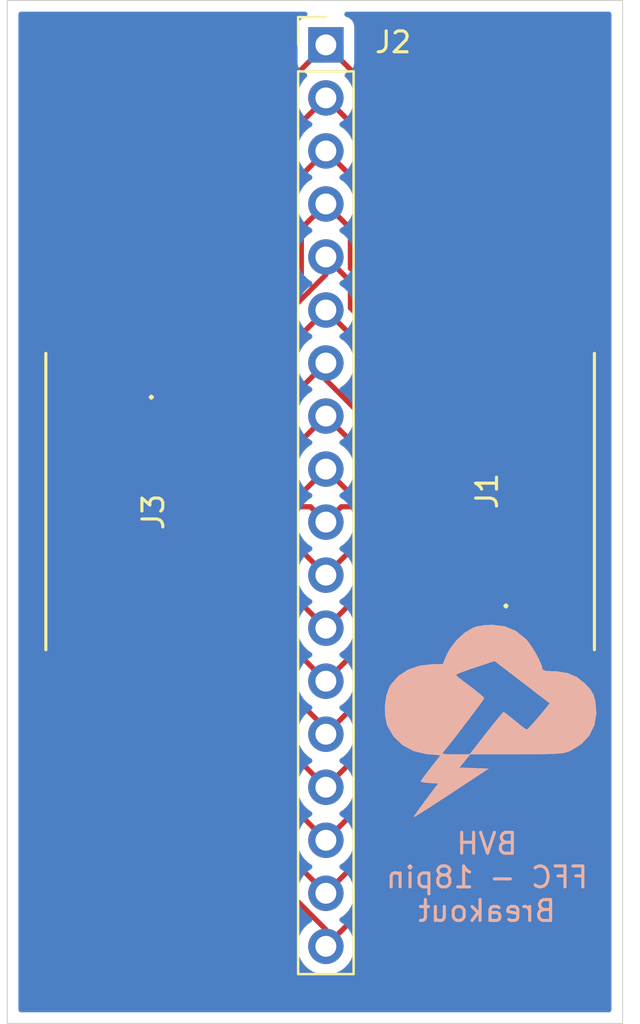
<source format=kicad_pcb>
(kicad_pcb (version 20171130) (host pcbnew 5.1.6-c6e7f7d~86~ubuntu18.04.1)

  (general
    (thickness 1.6)
    (drawings 5)
    (tracks 115)
    (zones 0)
    (modules 4)
    (nets 19)
  )

  (page A4)
  (layers
    (0 F.Cu signal)
    (31 B.Cu signal)
    (32 B.Adhes user)
    (33 F.Adhes user)
    (34 B.Paste user)
    (35 F.Paste user)
    (36 B.SilkS user)
    (37 F.SilkS user)
    (38 B.Mask user)
    (39 F.Mask user)
    (40 Dwgs.User user)
    (41 Cmts.User user)
    (42 Eco1.User user)
    (43 Eco2.User user)
    (44 Edge.Cuts user)
    (45 Margin user)
    (46 B.CrtYd user)
    (47 F.CrtYd user)
    (48 B.Fab user)
    (49 F.Fab user)
  )

  (setup
    (last_trace_width 0.25)
    (trace_clearance 0.2)
    (zone_clearance 0.508)
    (zone_45_only no)
    (trace_min 0.2)
    (via_size 0.8)
    (via_drill 0.4)
    (via_min_size 0.4)
    (via_min_drill 0.3)
    (uvia_size 0.3)
    (uvia_drill 0.1)
    (uvias_allowed no)
    (uvia_min_size 0.2)
    (uvia_min_drill 0.1)
    (edge_width 0.05)
    (segment_width 0.2)
    (pcb_text_width 0.3)
    (pcb_text_size 1.5 1.5)
    (mod_edge_width 0.12)
    (mod_text_size 1 1)
    (mod_text_width 0.15)
    (pad_size 1.524 1.524)
    (pad_drill 0.762)
    (pad_to_mask_clearance 0.05)
    (pad_to_paste_clearance -0.05)
    (aux_axis_origin 0 0)
    (visible_elements FFFFFF7F)
    (pcbplotparams
      (layerselection 0x010fc_ffffffff)
      (usegerberextensions false)
      (usegerberattributes true)
      (usegerberadvancedattributes true)
      (creategerberjobfile true)
      (excludeedgelayer true)
      (linewidth 0.100000)
      (plotframeref false)
      (viasonmask false)
      (mode 1)
      (useauxorigin false)
      (hpglpennumber 1)
      (hpglpenspeed 20)
      (hpglpendiameter 15.000000)
      (psnegative false)
      (psa4output false)
      (plotreference true)
      (plotvalue true)
      (plotinvisibletext false)
      (padsonsilk false)
      (subtractmaskfromsilk false)
      (outputformat 1)
      (mirror false)
      (drillshape 0)
      (scaleselection 1)
      (outputdirectory "order-2020-06-16/"))
  )

  (net 0 "")
  (net 1 "Net-(J1-Pad15)")
  (net 2 "Net-(J1-Pad12)")
  (net 3 "Net-(J1-Pad14)")
  (net 4 "Net-(J1-Pad10)")
  (net 5 "Net-(J1-Pad11)")
  (net 6 "Net-(J1-Pad18)")
  (net 7 "Net-(J1-Pad13)")
  (net 8 "Net-(J1-Pad16)")
  (net 9 "Net-(J1-Pad17)")
  (net 10 "Net-(J1-Pad9)")
  (net 11 "Net-(J1-Pad8)")
  (net 12 "Net-(J1-Pad7)")
  (net 13 "Net-(J1-Pad6)")
  (net 14 "Net-(J1-Pad5)")
  (net 15 "Net-(J1-Pad4)")
  (net 16 "Net-(J1-Pad3)")
  (net 17 "Net-(J1-Pad2)")
  (net 18 "Net-(J1-Pad1)")

  (net_class Default "This is the default net class."
    (clearance 0.2)
    (trace_width 0.25)
    (via_dia 0.8)
    (via_drill 0.4)
    (uvia_dia 0.3)
    (uvia_drill 0.1)
    (add_net "Net-(J1-Pad1)")
    (add_net "Net-(J1-Pad10)")
    (add_net "Net-(J1-Pad11)")
    (add_net "Net-(J1-Pad12)")
    (add_net "Net-(J1-Pad13)")
    (add_net "Net-(J1-Pad14)")
    (add_net "Net-(J1-Pad15)")
    (add_net "Net-(J1-Pad16)")
    (add_net "Net-(J1-Pad17)")
    (add_net "Net-(J1-Pad18)")
    (add_net "Net-(J1-Pad2)")
    (add_net "Net-(J1-Pad3)")
    (add_net "Net-(J1-Pad4)")
    (add_net "Net-(J1-Pad5)")
    (add_net "Net-(J1-Pad6)")
    (add_net "Net-(J1-Pad7)")
    (add_net "Net-(J1-Pad8)")
    (add_net "Net-(J1-Pad9)")
  )

  (module BVH_Logos:SkyIron_logo_Back (layer F.Cu) (tedit 5EC1B53B) (tstamp 5EE8CF07)
    (at 191.5 128.5)
    (fp_text reference G*** (at 0 0) (layer F.SilkS) hide
      (effects (font (size 1.524 1.524) (thickness 0.3)))
    )
    (fp_text value LOGO (at 0.75 0) (layer F.SilkS) hide
      (effects (font (size 1.524 1.524) (thickness 0.3)))
    )
    (fp_poly (pts (xy 0.352298 -4.573742) (xy 0.020909 -4.517714) (xy -0.158124 -4.462771) (xy -0.568729 -4.218391)
      (xy -0.960714 -3.860141) (xy -1.282732 -3.44029) (xy -1.423622 -3.174524) (xy -1.623737 -2.712223)
      (xy -2.089404 -2.710306) (xy -2.720813 -2.641024) (xy -3.283692 -2.447098) (xy -3.754039 -2.141285)
      (xy -4.107855 -1.736342) (xy -4.189405 -1.594084) (xy -4.327557 -1.193063) (xy -4.393634 -0.714943)
      (xy -4.38447 -0.230464) (xy -4.296899 0.189635) (xy -4.272125 0.254) (xy -3.96779 0.76751)
      (xy -3.543426 1.170759) (xy -3.017406 1.45105) (xy -2.408103 1.595686) (xy -2.318135 1.604313)
      (xy -1.730121 1.651) (xy -2.206096 2.258653) (xy -2.415447 2.530443) (xy -2.57786 2.749903)
      (xy -2.669836 2.884854) (xy -2.68207 2.910395) (xy -2.605941 2.940286) (xy -2.41146 2.9681)
      (xy -2.262451 2.980076) (xy -1.842832 3.005667) (xy -2.43912 3.795609) (xy -2.66994 4.106555)
      (xy -2.854143 4.364629) (xy -2.972683 4.542435) (xy -3.006906 4.612312) (xy -2.931538 4.575026)
      (xy -2.734381 4.456125) (xy -2.434629 4.267785) (xy -2.051479 4.022182) (xy -1.604125 3.731492)
      (xy -1.200404 3.46641) (xy 0.577596 2.293746) (xy -0.122819 2.268707) (xy -0.823235 2.243667)
      (xy -0.299075 1.608667) (xy 1.917261 1.606807) (xy 2.5952 1.605383) (xy 3.126469 1.601369)
      (xy 3.533727 1.593245) (xy 3.839631 1.579491) (xy 4.066842 1.558584) (xy 4.238018 1.529005)
      (xy 4.375819 1.489233) (xy 4.502904 1.437746) (xy 4.514596 1.432483) (xy 5.028188 1.116403)
      (xy 5.409697 0.701144) (xy 5.651277 0.20259) (xy 5.745077 -0.363375) (xy 5.700865 -0.836434)
      (xy 3.502838 -0.836434) (xy 3.352551 -0.647268) (xy 3.106614 -0.344738) (xy 2.863604 -0.057756)
      (xy 2.648923 0.184998) (xy 2.487973 0.354841) (xy 2.406159 0.423095) (xy 2.404315 0.423334)
      (xy 2.319153 0.372883) (xy 2.140171 0.239209) (xy 1.902512 0.048824) (xy 1.846068 0.00215)
      (xy 1.601324 -0.197243) (xy 1.408953 -0.346257) (xy 1.303542 -0.418301) (xy 1.295421 -0.421183)
      (xy 1.230775 -0.358752) (xy 1.081728 -0.185219) (xy 0.867281 0.07642) (xy 0.606438 0.403172)
      (xy 0.457611 0.592667) (xy -0.336024 1.608667) (xy -1.014169 1.608667) (xy -1.347314 1.606201)
      (xy -1.538528 1.593901) (xy -1.615196 1.564409) (xy -1.604702 1.51037) (xy -1.565741 1.4605)
      (xy -1.399739 1.259055) (xy -1.176672 0.978433) (xy -0.915862 0.644065) (xy -0.636634 0.281383)
      (xy -0.35831 -0.084183) (xy -0.100215 -0.427202) (xy 0.118329 -0.722242) (xy 0.277996 -0.943873)
      (xy 0.359465 -1.066663) (xy 0.36593 -1.081696) (xy 0.301878 -1.158891) (xy 0.129362 -1.309563)
      (xy -0.122157 -1.508952) (xy -0.311404 -1.651) (xy -0.59765 -1.866231) (xy -0.824037 -2.045344)
      (xy -0.961251 -2.164631) (xy -0.988737 -2.1988) (xy -0.913374 -2.243222) (xy -0.708531 -2.326799)
      (xy -0.406075 -2.437298) (xy -0.06203 -2.554522) (xy 0.864676 -2.860681) (xy 2.183757 -1.848558)
      (xy 3.502838 -0.836434) (xy 5.700865 -0.836434) (xy 5.69049 -0.94744) (xy 5.604056 -1.246889)
      (xy 5.464262 -1.492027) (xy 5.229643 -1.753243) (xy 5.196794 -1.785465) (xy 4.811365 -2.090263)
      (xy 4.38453 -2.276987) (xy 3.872369 -2.361616) (xy 3.588104 -2.370666) (xy 3.29564 -2.390779)
      (xy 3.166767 -2.451268) (xy 3.159863 -2.4765) (xy 3.113249 -2.665778) (xy 2.990991 -2.943484)
      (xy 2.819216 -3.262706) (xy 2.624052 -3.576536) (xy 2.431628 -3.838063) (xy 2.351763 -3.92734)
      (xy 1.886228 -4.298801) (xy 1.359586 -4.518799) (xy 0.751632 -4.595544) (xy 0.706572 -4.595766)
      (xy 0.352298 -4.573742)) (layer B.SilkS) (width 0.01))
  )

  (module BVH_Connectors_Misc:Molex_WM8831CT-ND (layer F.Cu) (tedit 5EE8B351) (tstamp 5EE8C591)
    (at 174 118 270)
    (path /5EE8C320)
    (fp_text reference J3 (at 0.5 -2 90) (layer F.SilkS)
      (effects (font (size 1 1) (thickness 0.15)))
    )
    (fp_text value Conn_01x18 (at 0 4.5 90) (layer F.Fab)
      (effects (font (size 1 1) (thickness 0.15)))
    )
    (fp_text user . (at -5 -1.5 90) (layer F.SilkS)
      (effects (font (size 1 1) (thickness 0.15)))
    )
    (fp_line (start -7.1 3.15) (end 7.1 3.15) (layer F.SilkS) (width 0.15))
    (pad "" smd rect (at 6.525 1.4 270) (size 1.65 1.3) (layers F.Cu F.Paste F.Mask))
    (pad "" smd rect (at -6.525 1.4 270) (size 1.65 1.3) (layers F.Cu F.Paste F.Mask))
    (pad 15 smd rect (at 2.75 -0.5 270) (size 0.3 1) (layers F.Cu F.Paste F.Mask)
      (net 15 "Net-(J1-Pad4)"))
    (pad 12 smd rect (at 1.25 -0.5 270) (size 0.3 1) (layers F.Cu F.Paste F.Mask)
      (net 12 "Net-(J1-Pad7)"))
    (pad 14 smd rect (at 2.25 -0.5 270) (size 0.3 1) (layers F.Cu F.Paste F.Mask)
      (net 14 "Net-(J1-Pad5)"))
    (pad 10 smd rect (at 0.25 -0.5 270) (size 0.3 1) (layers F.Cu F.Paste F.Mask)
      (net 10 "Net-(J1-Pad9)"))
    (pad 11 smd rect (at 0.75 -0.5 270) (size 0.3 1) (layers F.Cu F.Paste F.Mask)
      (net 11 "Net-(J1-Pad8)"))
    (pad 18 smd rect (at 4.25 -0.5 270) (size 0.3 1) (layers F.Cu F.Paste F.Mask)
      (net 18 "Net-(J1-Pad1)"))
    (pad 13 smd rect (at 1.75 -0.5 270) (size 0.3 1) (layers F.Cu F.Paste F.Mask)
      (net 13 "Net-(J1-Pad6)"))
    (pad 16 smd rect (at 3.25 -0.5 270) (size 0.3 1) (layers F.Cu F.Paste F.Mask)
      (net 16 "Net-(J1-Pad3)"))
    (pad 17 smd rect (at 3.75 -0.5 270) (size 0.3 1) (layers F.Cu F.Paste F.Mask)
      (net 17 "Net-(J1-Pad2)"))
    (pad 9 smd rect (at -0.25 -0.5 270) (size 0.3 1) (layers F.Cu F.Paste F.Mask)
      (net 4 "Net-(J1-Pad10)"))
    (pad 8 smd rect (at -0.75 -0.5 270) (size 0.3 1) (layers F.Cu F.Paste F.Mask)
      (net 5 "Net-(J1-Pad11)"))
    (pad 7 smd rect (at -1.25 -0.5 270) (size 0.3 1) (layers F.Cu F.Paste F.Mask)
      (net 2 "Net-(J1-Pad12)"))
    (pad 6 smd rect (at -1.75 -0.5 270) (size 0.3 1) (layers F.Cu F.Paste F.Mask)
      (net 7 "Net-(J1-Pad13)"))
    (pad 5 smd rect (at -2.25 -0.5 270) (size 0.3 1) (layers F.Cu F.Paste F.Mask)
      (net 3 "Net-(J1-Pad14)"))
    (pad 4 smd rect (at -2.75 -0.5 270) (size 0.3 1) (layers F.Cu F.Paste F.Mask)
      (net 1 "Net-(J1-Pad15)"))
    (pad 3 smd rect (at -3.25 -0.5 270) (size 0.3 1) (layers F.Cu F.Paste F.Mask)
      (net 8 "Net-(J1-Pad16)"))
    (pad 2 smd rect (at -3.75 -0.5 270) (size 0.3 1) (layers F.Cu F.Paste F.Mask)
      (net 9 "Net-(J1-Pad17)"))
    (pad 1 smd rect (at -4.25 -0.5 270) (size 0.3 1) (layers F.Cu F.Paste F.Mask)
      (net 6 "Net-(J1-Pad18)"))
  )

  (module Connector_PinHeader_2.54mm:PinHeader_1x18_P2.54mm_Vertical (layer F.Cu) (tedit 59FED5CC) (tstamp 5EE8C577)
    (at 184.275001 96.125001)
    (descr "Through hole straight pin header, 1x18, 2.54mm pitch, single row")
    (tags "Through hole pin header THT 1x18 2.54mm single row")
    (path /5EE8B429)
    (fp_text reference J2 (at 3.224999 -0.125001) (layer F.SilkS)
      (effects (font (size 1 1) (thickness 0.15)))
    )
    (fp_text value Conn_01x18 (at 0 45.51) (layer F.Fab)
      (effects (font (size 1 1) (thickness 0.15)))
    )
    (fp_text user %R (at 0 21.59 90) (layer F.Fab)
      (effects (font (size 1 1) (thickness 0.15)))
    )
    (fp_line (start -0.635 -1.27) (end 1.27 -1.27) (layer F.Fab) (width 0.1))
    (fp_line (start 1.27 -1.27) (end 1.27 44.45) (layer F.Fab) (width 0.1))
    (fp_line (start 1.27 44.45) (end -1.27 44.45) (layer F.Fab) (width 0.1))
    (fp_line (start -1.27 44.45) (end -1.27 -0.635) (layer F.Fab) (width 0.1))
    (fp_line (start -1.27 -0.635) (end -0.635 -1.27) (layer F.Fab) (width 0.1))
    (fp_line (start -1.33 44.51) (end 1.33 44.51) (layer F.SilkS) (width 0.12))
    (fp_line (start -1.33 1.27) (end -1.33 44.51) (layer F.SilkS) (width 0.12))
    (fp_line (start 1.33 1.27) (end 1.33 44.51) (layer F.SilkS) (width 0.12))
    (fp_line (start -1.33 1.27) (end 1.33 1.27) (layer F.SilkS) (width 0.12))
    (fp_line (start -1.33 0) (end -1.33 -1.33) (layer F.SilkS) (width 0.12))
    (fp_line (start -1.33 -1.33) (end 0 -1.33) (layer F.SilkS) (width 0.12))
    (fp_line (start -1.8 -1.8) (end -1.8 44.95) (layer F.CrtYd) (width 0.05))
    (fp_line (start -1.8 44.95) (end 1.8 44.95) (layer F.CrtYd) (width 0.05))
    (fp_line (start 1.8 44.95) (end 1.8 -1.8) (layer F.CrtYd) (width 0.05))
    (fp_line (start 1.8 -1.8) (end -1.8 -1.8) (layer F.CrtYd) (width 0.05))
    (pad 18 thru_hole oval (at 0 43.18) (size 1.7 1.7) (drill 1) (layers *.Cu *.Mask)
      (net 18 "Net-(J1-Pad1)"))
    (pad 17 thru_hole oval (at 0 40.64) (size 1.7 1.7) (drill 1) (layers *.Cu *.Mask)
      (net 17 "Net-(J1-Pad2)"))
    (pad 16 thru_hole oval (at 0 38.1) (size 1.7 1.7) (drill 1) (layers *.Cu *.Mask)
      (net 16 "Net-(J1-Pad3)"))
    (pad 15 thru_hole oval (at 0 35.56) (size 1.7 1.7) (drill 1) (layers *.Cu *.Mask)
      (net 15 "Net-(J1-Pad4)"))
    (pad 14 thru_hole oval (at 0 33.02) (size 1.7 1.7) (drill 1) (layers *.Cu *.Mask)
      (net 14 "Net-(J1-Pad5)"))
    (pad 13 thru_hole oval (at 0 30.48) (size 1.7 1.7) (drill 1) (layers *.Cu *.Mask)
      (net 13 "Net-(J1-Pad6)"))
    (pad 12 thru_hole oval (at 0 27.94) (size 1.7 1.7) (drill 1) (layers *.Cu *.Mask)
      (net 12 "Net-(J1-Pad7)"))
    (pad 11 thru_hole oval (at 0 25.4) (size 1.7 1.7) (drill 1) (layers *.Cu *.Mask)
      (net 11 "Net-(J1-Pad8)"))
    (pad 10 thru_hole oval (at 0 22.86) (size 1.7 1.7) (drill 1) (layers *.Cu *.Mask)
      (net 10 "Net-(J1-Pad9)"))
    (pad 9 thru_hole oval (at 0 20.32) (size 1.7 1.7) (drill 1) (layers *.Cu *.Mask)
      (net 4 "Net-(J1-Pad10)"))
    (pad 8 thru_hole oval (at 0 17.78) (size 1.7 1.7) (drill 1) (layers *.Cu *.Mask)
      (net 5 "Net-(J1-Pad11)"))
    (pad 7 thru_hole oval (at 0 15.24) (size 1.7 1.7) (drill 1) (layers *.Cu *.Mask)
      (net 2 "Net-(J1-Pad12)"))
    (pad 6 thru_hole oval (at 0 12.7) (size 1.7 1.7) (drill 1) (layers *.Cu *.Mask)
      (net 7 "Net-(J1-Pad13)"))
    (pad 5 thru_hole oval (at 0 10.16) (size 1.7 1.7) (drill 1) (layers *.Cu *.Mask)
      (net 3 "Net-(J1-Pad14)"))
    (pad 4 thru_hole oval (at 0 7.62) (size 1.7 1.7) (drill 1) (layers *.Cu *.Mask)
      (net 1 "Net-(J1-Pad15)"))
    (pad 3 thru_hole oval (at 0 5.08) (size 1.7 1.7) (drill 1) (layers *.Cu *.Mask)
      (net 8 "Net-(J1-Pad16)"))
    (pad 2 thru_hole oval (at 0 2.54) (size 1.7 1.7) (drill 1) (layers *.Cu *.Mask)
      (net 9 "Net-(J1-Pad17)"))
    (pad 1 thru_hole rect (at 0 0) (size 1.7 1.7) (drill 1) (layers *.Cu *.Mask)
      (net 6 "Net-(J1-Pad18)"))
    (model ${KISYS3DMOD}/Connector_PinHeader_2.54mm.3dshapes/PinHeader_1x18_P2.54mm_Vertical.wrl
      (at (xyz 0 0 0))
      (scale (xyz 1 1 1))
      (rotate (xyz 0 0 0))
    )
  )

  (module BVH_Connectors_Misc:Molex_WM8831CT-ND (layer F.Cu) (tedit 5EE8B351) (tstamp 5EE8C551)
    (at 194 118 90)
    (path /5EE8CCA3)
    (fp_text reference J1 (at 0.5 -2 90) (layer F.SilkS)
      (effects (font (size 1 1) (thickness 0.15)))
    )
    (fp_text value Conn_01x18 (at 0 4.5 90) (layer F.Fab)
      (effects (font (size 1 1) (thickness 0.15)))
    )
    (fp_text user . (at -5 -1.5 90) (layer F.SilkS)
      (effects (font (size 1 1) (thickness 0.15)))
    )
    (fp_line (start -7.1 3.15) (end 7.1 3.15) (layer F.SilkS) (width 0.15))
    (pad "" smd rect (at 6.525 1.4 90) (size 1.65 1.3) (layers F.Cu F.Paste F.Mask))
    (pad "" smd rect (at -6.525 1.4 90) (size 1.65 1.3) (layers F.Cu F.Paste F.Mask))
    (pad 15 smd rect (at 2.75 -0.5 90) (size 0.3 1) (layers F.Cu F.Paste F.Mask)
      (net 1 "Net-(J1-Pad15)"))
    (pad 12 smd rect (at 1.25 -0.5 90) (size 0.3 1) (layers F.Cu F.Paste F.Mask)
      (net 2 "Net-(J1-Pad12)"))
    (pad 14 smd rect (at 2.25 -0.5 90) (size 0.3 1) (layers F.Cu F.Paste F.Mask)
      (net 3 "Net-(J1-Pad14)"))
    (pad 10 smd rect (at 0.25 -0.5 90) (size 0.3 1) (layers F.Cu F.Paste F.Mask)
      (net 4 "Net-(J1-Pad10)"))
    (pad 11 smd rect (at 0.75 -0.5 90) (size 0.3 1) (layers F.Cu F.Paste F.Mask)
      (net 5 "Net-(J1-Pad11)"))
    (pad 18 smd rect (at 4.25 -0.5 90) (size 0.3 1) (layers F.Cu F.Paste F.Mask)
      (net 6 "Net-(J1-Pad18)"))
    (pad 13 smd rect (at 1.75 -0.5 90) (size 0.3 1) (layers F.Cu F.Paste F.Mask)
      (net 7 "Net-(J1-Pad13)"))
    (pad 16 smd rect (at 3.25 -0.5 90) (size 0.3 1) (layers F.Cu F.Paste F.Mask)
      (net 8 "Net-(J1-Pad16)"))
    (pad 17 smd rect (at 3.75 -0.5 90) (size 0.3 1) (layers F.Cu F.Paste F.Mask)
      (net 9 "Net-(J1-Pad17)"))
    (pad 9 smd rect (at -0.25 -0.5 90) (size 0.3 1) (layers F.Cu F.Paste F.Mask)
      (net 10 "Net-(J1-Pad9)"))
    (pad 8 smd rect (at -0.75 -0.5 90) (size 0.3 1) (layers F.Cu F.Paste F.Mask)
      (net 11 "Net-(J1-Pad8)"))
    (pad 7 smd rect (at -1.25 -0.5 90) (size 0.3 1) (layers F.Cu F.Paste F.Mask)
      (net 12 "Net-(J1-Pad7)"))
    (pad 6 smd rect (at -1.75 -0.5 90) (size 0.3 1) (layers F.Cu F.Paste F.Mask)
      (net 13 "Net-(J1-Pad6)"))
    (pad 5 smd rect (at -2.25 -0.5 90) (size 0.3 1) (layers F.Cu F.Paste F.Mask)
      (net 14 "Net-(J1-Pad5)"))
    (pad 4 smd rect (at -2.75 -0.5 90) (size 0.3 1) (layers F.Cu F.Paste F.Mask)
      (net 15 "Net-(J1-Pad4)"))
    (pad 3 smd rect (at -3.25 -0.5 90) (size 0.3 1) (layers F.Cu F.Paste F.Mask)
      (net 16 "Net-(J1-Pad3)"))
    (pad 2 smd rect (at -3.75 -0.5 90) (size 0.3 1) (layers F.Cu F.Paste F.Mask)
      (net 17 "Net-(J1-Pad2)"))
    (pad 1 smd rect (at -4.25 -0.5 90) (size 0.3 1) (layers F.Cu F.Paste F.Mask)
      (net 18 "Net-(J1-Pad1)"))
  )

  (gr_text "BVH\nFFC - 18pin\nBreakout" (at 192 136) (layer B.SilkS)
    (effects (font (size 1 1) (thickness 0.15)) (justify mirror))
  )
  (gr_line (start 169 143) (end 169 94) (layer Edge.Cuts) (width 0.05) (tstamp 5EE8C71B))
  (gr_line (start 198.5 143) (end 169 143) (layer Edge.Cuts) (width 0.05))
  (gr_line (start 198.5 94) (end 198.5 143) (layer Edge.Cuts) (width 0.05))
  (gr_line (start 169 94) (end 198.5 94) (layer Edge.Cuts) (width 0.05))

  (segment (start 193.5 115.25) (end 192.613589 115.25) (width 0.25) (layer F.Cu) (net 1))
  (segment (start 192.613589 115.25) (end 185.900013 108.536422) (width 0.25) (layer F.Cu) (net 1))
  (segment (start 185.450002 106.823592) (end 185.450002 104.920002) (width 0.25) (layer F.Cu) (net 1))
  (segment (start 185.450002 104.920002) (end 184.275001 103.745001) (width 0.25) (layer F.Cu) (net 1))
  (segment (start 185.900013 107.273602) (end 185.450002 106.823592) (width 0.25) (layer F.Cu) (net 1))
  (segment (start 185.900013 108.536422) (end 185.900013 107.273602) (width 0.25) (layer F.Cu) (net 1))
  (segment (start 175.522822 115.25) (end 183.1 107.672823) (width 0.25) (layer F.Cu) (net 1))
  (segment (start 183.1 107.672823) (end 183.1 104.920002) (width 0.25) (layer F.Cu) (net 1))
  (segment (start 183.1 104.920002) (end 184.275001 103.745001) (width 0.25) (layer F.Cu) (net 1))
  (segment (start 174.5 115.25) (end 175.522822 115.25) (width 0.25) (layer F.Cu) (net 1))
  (segment (start 184.275001 112.165999) (end 184.275001 111.365001) (width 0.25) (layer F.Cu) (net 2))
  (segment (start 188.859002 116.75) (end 184.275001 112.165999) (width 0.25) (layer F.Cu) (net 2))
  (segment (start 193.5 116.75) (end 188.859002 116.75) (width 0.25) (layer F.Cu) (net 2))
  (segment (start 174.524999 116.725001) (end 174.5 116.75) (width 0.25) (layer F.Cu) (net 2))
  (segment (start 178.915001 116.725001) (end 174.524999 116.725001) (width 0.25) (layer F.Cu) (net 2))
  (segment (start 184.275001 111.365001) (end 178.915001 116.725001) (width 0.25) (layer F.Cu) (net 2))
  (segment (start 185.450002 107.460002) (end 184.275001 106.285001) (width 0.25) (layer F.Cu) (net 3))
  (segment (start 185.450002 108.722821) (end 185.450002 107.460002) (width 0.25) (layer F.Cu) (net 3))
  (segment (start 192.477179 115.75) (end 185.450002 108.722821) (width 0.25) (layer F.Cu) (net 3))
  (segment (start 193.5 115.75) (end 192.477179 115.75) (width 0.25) (layer F.Cu) (net 3))
  (segment (start 174.5 115.75) (end 175.659232 115.75) (width 0.25) (layer F.Cu) (net 3))
  (segment (start 184.275001 107.134231) (end 184.275001 106.285001) (width 0.25) (layer F.Cu) (net 3))
  (segment (start 175.659232 115.75) (end 184.275001 107.134231) (width 0.25) (layer F.Cu) (net 3))
  (segment (start 185.58 117.75) (end 184.275001 116.445001) (width 0.25) (layer F.Cu) (net 4))
  (segment (start 193.5 117.75) (end 185.58 117.75) (width 0.25) (layer F.Cu) (net 4))
  (segment (start 182.970002 117.75) (end 174.5 117.75) (width 0.25) (layer F.Cu) (net 4))
  (segment (start 184.275001 116.445001) (end 182.970002 117.75) (width 0.25) (layer F.Cu) (net 4))
  (segment (start 187.62 117.25) (end 193.5 117.25) (width 0.25) (layer F.Cu) (net 5))
  (segment (start 184.275001 113.905001) (end 187.62 117.25) (width 0.25) (layer F.Cu) (net 5))
  (segment (start 180.930002 117.25) (end 184.275001 113.905001) (width 0.25) (layer F.Cu) (net 5))
  (segment (start 174.5 117.25) (end 180.930002 117.25) (width 0.25) (layer F.Cu) (net 5))
  (segment (start 174.5 105.900002) (end 174.5 113.75) (width 0.25) (layer F.Cu) (net 6))
  (segment (start 184.275001 96.125001) (end 174.5 105.900002) (width 0.25) (layer F.Cu) (net 6))
  (segment (start 193.5 105.35) (end 184.275001 96.125001) (width 0.25) (layer F.Cu) (net 6))
  (segment (start 193.5 113.75) (end 193.5 105.35) (width 0.25) (layer F.Cu) (net 6))
  (segment (start 176.850002 116.25) (end 184.275001 108.825001) (width 0.25) (layer F.Cu) (net 7))
  (segment (start 174.5 116.25) (end 176.850002 116.25) (width 0.25) (layer F.Cu) (net 7))
  (segment (start 191.7 116.25) (end 184.275001 108.825001) (width 0.25) (layer F.Cu) (net 7))
  (segment (start 193.5 116.25) (end 191.7 116.25) (width 0.25) (layer F.Cu) (net 7))
  (segment (start 193.5 114.75) (end 192.75 114.75) (width 0.25) (layer F.Cu) (net 8))
  (segment (start 186.350024 108.350024) (end 186.350024 107.087202) (width 0.25) (layer F.Cu) (net 8))
  (segment (start 185.900013 102.830013) (end 184.275001 101.205001) (width 0.25) (layer F.Cu) (net 8))
  (segment (start 192.75 114.75) (end 186.350024 108.350024) (width 0.25) (layer F.Cu) (net 8))
  (segment (start 185.900013 106.637191) (end 185.900013 102.830013) (width 0.25) (layer F.Cu) (net 8))
  (segment (start 186.350024 107.087202) (end 185.900013 106.637191) (width 0.25) (layer F.Cu) (net 8))
  (segment (start 174.5 114.75) (end 175.386412 114.75) (width 0.25) (layer F.Cu) (net 8))
  (segment (start 182.649989 102.830013) (end 184.275001 101.205001) (width 0.25) (layer F.Cu) (net 8))
  (segment (start 182.649989 107.486423) (end 182.649989 102.830013) (width 0.25) (layer F.Cu) (net 8))
  (segment (start 175.386412 114.75) (end 182.649989 107.486423) (width 0.25) (layer F.Cu) (net 8))
  (segment (start 193.5 114.25) (end 192.88641 114.25) (width 0.25) (layer F.Cu) (net 9))
  (segment (start 192.88641 114.25) (end 186.800035 108.163625) (width 0.25) (layer F.Cu) (net 9))
  (segment (start 186.800035 108.163625) (end 186.800035 106.900802) (width 0.25) (layer F.Cu) (net 9))
  (segment (start 186.800035 106.900802) (end 186.350024 106.450792) (width 0.25) (layer F.Cu) (net 9))
  (segment (start 186.350024 100.740024) (end 185.125 99.515) (width 0.25) (layer F.Cu) (net 9))
  (segment (start 186.350024 106.450792) (end 186.350024 100.740024) (width 0.25) (layer F.Cu) (net 9))
  (segment (start 185.125 99.515) (end 184.275001 98.665001) (width 0.25) (layer F.Cu) (net 9))
  (segment (start 174.524999 114.225001) (end 175.274999 114.225001) (width 0.25) (layer F.Cu) (net 9))
  (segment (start 174.5 114.25) (end 174.524999 114.225001) (width 0.25) (layer F.Cu) (net 9))
  (segment (start 182.199978 100.740024) (end 184.275001 98.665001) (width 0.25) (layer F.Cu) (net 9))
  (segment (start 182.199978 107.300023) (end 182.199978 100.740024) (width 0.25) (layer F.Cu) (net 9))
  (segment (start 175.274999 114.225001) (end 182.199978 107.300023) (width 0.25) (layer F.Cu) (net 9))
  (segment (start 183.54 118.25) (end 184.275001 118.985001) (width 0.25) (layer F.Cu) (net 10))
  (segment (start 174.5 118.25) (end 183.54 118.25) (width 0.25) (layer F.Cu) (net 10))
  (segment (start 185.010002 118.25) (end 193.5 118.25) (width 0.25) (layer F.Cu) (net 10))
  (segment (start 184.275001 118.985001) (end 185.010002 118.25) (width 0.25) (layer F.Cu) (net 10))
  (segment (start 187.050002 118.75) (end 184.275001 121.525001) (width 0.25) (layer F.Cu) (net 11))
  (segment (start 193.5 118.75) (end 187.050002 118.75) (width 0.25) (layer F.Cu) (net 11))
  (segment (start 181.5 118.75) (end 174.5 118.75) (width 0.25) (layer F.Cu) (net 11))
  (segment (start 184.275001 121.525001) (end 181.5 118.75) (width 0.25) (layer F.Cu) (net 11))
  (segment (start 179.46 119.25) (end 184.275001 124.065001) (width 0.25) (layer F.Cu) (net 12))
  (segment (start 174.5 119.25) (end 179.46 119.25) (width 0.25) (layer F.Cu) (net 12))
  (segment (start 193.475001 119.274999) (end 193.5 119.25) (width 0.25) (layer F.Cu) (net 12))
  (segment (start 189.065003 119.274999) (end 193.475001 119.274999) (width 0.25) (layer F.Cu) (net 12))
  (segment (start 184.275001 124.065001) (end 189.065003 119.274999) (width 0.25) (layer F.Cu) (net 12))
  (segment (start 191.130002 119.75) (end 184.275001 126.605001) (width 0.25) (layer F.Cu) (net 13))
  (segment (start 193.5 119.75) (end 191.130002 119.75) (width 0.25) (layer F.Cu) (net 13))
  (segment (start 177.42 119.75) (end 174.5 119.75) (width 0.25) (layer F.Cu) (net 13))
  (segment (start 184.275001 126.605001) (end 177.42 119.75) (width 0.25) (layer F.Cu) (net 13))
  (segment (start 184.275001 128.880767) (end 184.275001 129.145001) (width 0.25) (layer F.Cu) (net 14))
  (segment (start 175.644234 120.25) (end 184.275001 128.880767) (width 0.25) (layer F.Cu) (net 14))
  (segment (start 174.5 120.25) (end 175.644234 120.25) (width 0.25) (layer F.Cu) (net 14))
  (segment (start 191.324967 121.280799) (end 192.355766 120.25) (width 0.25) (layer F.Cu) (net 14))
  (segment (start 191.324967 122.095035) (end 191.324967 121.280799) (width 0.25) (layer F.Cu) (net 14))
  (segment (start 184.275001 129.145001) (end 191.324967 122.095035) (width 0.25) (layer F.Cu) (net 14))
  (segment (start 192.355766 120.25) (end 193.5 120.25) (width 0.25) (layer F.Cu) (net 14))
  (segment (start 176.225022 121.467198) (end 175.507824 120.75) (width 0.25) (layer F.Cu) (net 15))
  (segment (start 176.225022 123.635022) (end 176.225022 121.467198) (width 0.25) (layer F.Cu) (net 15))
  (segment (start 184.275001 131.685001) (end 176.225022 123.635022) (width 0.25) (layer F.Cu) (net 15))
  (segment (start 175.507824 120.75) (end 174.5 120.75) (width 0.25) (layer F.Cu) (net 15))
  (segment (start 191.774978 124.185024) (end 184.275001 131.685001) (width 0.25) (layer F.Cu) (net 15))
  (segment (start 193.5 120.75) (end 192.492176 120.75) (width 0.25) (layer F.Cu) (net 15))
  (segment (start 191.774978 121.467198) (end 191.774978 124.185024) (width 0.25) (layer F.Cu) (net 15))
  (segment (start 192.492176 120.75) (end 191.774978 121.467198) (width 0.25) (layer F.Cu) (net 15))
  (segment (start 192.628587 121.25) (end 193.5 121.25) (width 0.25) (layer F.Cu) (net 16))
  (segment (start 192.224988 121.653599) (end 192.628587 121.25) (width 0.25) (layer F.Cu) (net 16))
  (segment (start 192.224988 126.275014) (end 192.224988 121.653599) (width 0.25) (layer F.Cu) (net 16))
  (segment (start 184.275001 134.225001) (end 192.224988 126.275014) (width 0.25) (layer F.Cu) (net 16))
  (segment (start 175.775011 121.653598) (end 175.775011 125.725011) (width 0.25) (layer F.Cu) (net 16))
  (segment (start 175.371413 121.25) (end 175.775011 121.653598) (width 0.25) (layer F.Cu) (net 16))
  (segment (start 175.775011 125.725011) (end 183.425002 133.375002) (width 0.25) (layer F.Cu) (net 16))
  (segment (start 183.425002 133.375002) (end 184.275001 134.225001) (width 0.25) (layer F.Cu) (net 16))
  (segment (start 174.5 121.25) (end 175.371413 121.25) (width 0.25) (layer F.Cu) (net 16))
  (segment (start 175.325001 127.815001) (end 175.325001 121.839998) (width 0.25) (layer F.Cu) (net 17))
  (segment (start 175.235003 121.75) (end 174.5 121.75) (width 0.25) (layer F.Cu) (net 17))
  (segment (start 184.275001 136.765001) (end 175.325001 127.815001) (width 0.25) (layer F.Cu) (net 17))
  (segment (start 175.325001 121.839998) (end 175.235003 121.75) (width 0.25) (layer F.Cu) (net 17))
  (segment (start 192.674999 121.839998) (end 192.674999 128.365003) (width 0.25) (layer F.Cu) (net 17))
  (segment (start 192.674999 128.365003) (end 184.275001 136.765001) (width 0.25) (layer F.Cu) (net 17))
  (segment (start 193.5 121.75) (end 192.764997 121.75) (width 0.25) (layer F.Cu) (net 17))
  (segment (start 192.764997 121.75) (end 192.674999 121.839998) (width 0.25) (layer F.Cu) (net 17))
  (segment (start 184.275001 138.504003) (end 184.275001 139.305001) (width 0.25) (layer F.Cu) (net 18))
  (segment (start 174.5 128.729002) (end 184.275001 138.504003) (width 0.25) (layer F.Cu) (net 18))
  (segment (start 174.5 122.25) (end 174.5 128.729002) (width 0.25) (layer F.Cu) (net 18))
  (segment (start 193.5 130.080002) (end 193.5 122.25) (width 0.25) (layer F.Cu) (net 18))
  (segment (start 184.275001 139.305001) (end 193.5 130.080002) (width 0.25) (layer F.Cu) (net 18))

  (zone (net 0) (net_name "") (layer B.Cu) (tstamp 5EE8C762) (hatch edge 0.508)
    (connect_pads (clearance 0.508))
    (min_thickness 0.254)
    (fill yes (arc_segments 32) (thermal_gap 0.508) (thermal_bridge_width 0.508))
    (polygon
      (pts
        (xy 198.5 143) (xy 169 143) (xy 169 94) (xy 198.5 94)
      )
    )
    (filled_polygon
      (pts
        (xy 183.180821 94.685499) (xy 183.070507 94.744464) (xy 182.973816 94.823816) (xy 182.894464 94.920507) (xy 182.835499 95.030821)
        (xy 182.799189 95.150519) (xy 182.786929 95.275001) (xy 182.786929 96.975001) (xy 182.799189 97.099483) (xy 182.835499 97.219181)
        (xy 182.894464 97.329495) (xy 182.973816 97.426186) (xy 183.070507 97.505538) (xy 183.180821 97.564503) (xy 183.253381 97.586514)
        (xy 183.121526 97.718369) (xy 182.959011 97.96159) (xy 182.847069 98.231843) (xy 182.790001 98.518741) (xy 182.790001 98.811261)
        (xy 182.847069 99.098159) (xy 182.959011 99.368412) (xy 183.121526 99.611633) (xy 183.328369 99.818476) (xy 183.502761 99.935001)
        (xy 183.328369 100.051526) (xy 183.121526 100.258369) (xy 182.959011 100.50159) (xy 182.847069 100.771843) (xy 182.790001 101.058741)
        (xy 182.790001 101.351261) (xy 182.847069 101.638159) (xy 182.959011 101.908412) (xy 183.121526 102.151633) (xy 183.328369 102.358476)
        (xy 183.502761 102.475001) (xy 183.328369 102.591526) (xy 183.121526 102.798369) (xy 182.959011 103.04159) (xy 182.847069 103.311843)
        (xy 182.790001 103.598741) (xy 182.790001 103.891261) (xy 182.847069 104.178159) (xy 182.959011 104.448412) (xy 183.121526 104.691633)
        (xy 183.328369 104.898476) (xy 183.502761 105.015001) (xy 183.328369 105.131526) (xy 183.121526 105.338369) (xy 182.959011 105.58159)
        (xy 182.847069 105.851843) (xy 182.790001 106.138741) (xy 182.790001 106.431261) (xy 182.847069 106.718159) (xy 182.959011 106.988412)
        (xy 183.121526 107.231633) (xy 183.328369 107.438476) (xy 183.502761 107.555001) (xy 183.328369 107.671526) (xy 183.121526 107.878369)
        (xy 182.959011 108.12159) (xy 182.847069 108.391843) (xy 182.790001 108.678741) (xy 182.790001 108.971261) (xy 182.847069 109.258159)
        (xy 182.959011 109.528412) (xy 183.121526 109.771633) (xy 183.328369 109.978476) (xy 183.502761 110.095001) (xy 183.328369 110.211526)
        (xy 183.121526 110.418369) (xy 182.959011 110.66159) (xy 182.847069 110.931843) (xy 182.790001 111.218741) (xy 182.790001 111.511261)
        (xy 182.847069 111.798159) (xy 182.959011 112.068412) (xy 183.121526 112.311633) (xy 183.328369 112.518476) (xy 183.502761 112.635001)
        (xy 183.328369 112.751526) (xy 183.121526 112.958369) (xy 182.959011 113.20159) (xy 182.847069 113.471843) (xy 182.790001 113.758741)
        (xy 182.790001 114.051261) (xy 182.847069 114.338159) (xy 182.959011 114.608412) (xy 183.121526 114.851633) (xy 183.328369 115.058476)
        (xy 183.502761 115.175001) (xy 183.328369 115.291526) (xy 183.121526 115.498369) (xy 182.959011 115.74159) (xy 182.847069 116.011843)
        (xy 182.790001 116.298741) (xy 182.790001 116.591261) (xy 182.847069 116.878159) (xy 182.959011 117.148412) (xy 183.121526 117.391633)
        (xy 183.328369 117.598476) (xy 183.502761 117.715001) (xy 183.328369 117.831526) (xy 183.121526 118.038369) (xy 182.959011 118.28159)
        (xy 182.847069 118.551843) (xy 182.790001 118.838741) (xy 182.790001 119.131261) (xy 182.847069 119.418159) (xy 182.959011 119.688412)
        (xy 183.121526 119.931633) (xy 183.328369 120.138476) (xy 183.502761 120.255001) (xy 183.328369 120.371526) (xy 183.121526 120.578369)
        (xy 182.959011 120.82159) (xy 182.847069 121.091843) (xy 182.790001 121.378741) (xy 182.790001 121.671261) (xy 182.847069 121.958159)
        (xy 182.959011 122.228412) (xy 183.121526 122.471633) (xy 183.328369 122.678476) (xy 183.502761 122.795001) (xy 183.328369 122.911526)
        (xy 183.121526 123.118369) (xy 182.959011 123.36159) (xy 182.847069 123.631843) (xy 182.790001 123.918741) (xy 182.790001 124.211261)
        (xy 182.847069 124.498159) (xy 182.959011 124.768412) (xy 183.121526 125.011633) (xy 183.328369 125.218476) (xy 183.502761 125.335001)
        (xy 183.328369 125.451526) (xy 183.121526 125.658369) (xy 182.959011 125.90159) (xy 182.847069 126.171843) (xy 182.790001 126.458741)
        (xy 182.790001 126.751261) (xy 182.847069 127.038159) (xy 182.959011 127.308412) (xy 183.121526 127.551633) (xy 183.328369 127.758476)
        (xy 183.502761 127.875001) (xy 183.328369 127.991526) (xy 183.121526 128.198369) (xy 182.959011 128.44159) (xy 182.847069 128.711843)
        (xy 182.790001 128.998741) (xy 182.790001 129.291261) (xy 182.847069 129.578159) (xy 182.959011 129.848412) (xy 183.121526 130.091633)
        (xy 183.328369 130.298476) (xy 183.502761 130.415001) (xy 183.328369 130.531526) (xy 183.121526 130.738369) (xy 182.959011 130.98159)
        (xy 182.847069 131.251843) (xy 182.790001 131.538741) (xy 182.790001 131.831261) (xy 182.847069 132.118159) (xy 182.959011 132.388412)
        (xy 183.121526 132.631633) (xy 183.328369 132.838476) (xy 183.502761 132.955001) (xy 183.328369 133.071526) (xy 183.121526 133.278369)
        (xy 182.959011 133.52159) (xy 182.847069 133.791843) (xy 182.790001 134.078741) (xy 182.790001 134.371261) (xy 182.847069 134.658159)
        (xy 182.959011 134.928412) (xy 183.121526 135.171633) (xy 183.328369 135.378476) (xy 183.502761 135.495001) (xy 183.328369 135.611526)
        (xy 183.121526 135.818369) (xy 182.959011 136.06159) (xy 182.847069 136.331843) (xy 182.790001 136.618741) (xy 182.790001 136.911261)
        (xy 182.847069 137.198159) (xy 182.959011 137.468412) (xy 183.121526 137.711633) (xy 183.328369 137.918476) (xy 183.502761 138.035001)
        (xy 183.328369 138.151526) (xy 183.121526 138.358369) (xy 182.959011 138.60159) (xy 182.847069 138.871843) (xy 182.790001 139.158741)
        (xy 182.790001 139.451261) (xy 182.847069 139.738159) (xy 182.959011 140.008412) (xy 183.121526 140.251633) (xy 183.328369 140.458476)
        (xy 183.57159 140.620991) (xy 183.841843 140.732933) (xy 184.128741 140.790001) (xy 184.421261 140.790001) (xy 184.708159 140.732933)
        (xy 184.978412 140.620991) (xy 185.221633 140.458476) (xy 185.428476 140.251633) (xy 185.590991 140.008412) (xy 185.702933 139.738159)
        (xy 185.760001 139.451261) (xy 185.760001 139.158741) (xy 185.702933 138.871843) (xy 185.590991 138.60159) (xy 185.428476 138.358369)
        (xy 185.221633 138.151526) (xy 185.047241 138.035001) (xy 185.221633 137.918476) (xy 185.428476 137.711633) (xy 185.590991 137.468412)
        (xy 185.702933 137.198159) (xy 185.760001 136.911261) (xy 185.760001 136.618741) (xy 185.702933 136.331843) (xy 185.590991 136.06159)
        (xy 185.428476 135.818369) (xy 185.221633 135.611526) (xy 185.047241 135.495001) (xy 185.221633 135.378476) (xy 185.428476 135.171633)
        (xy 185.590991 134.928412) (xy 185.702933 134.658159) (xy 185.760001 134.371261) (xy 185.760001 134.078741) (xy 185.702933 133.791843)
        (xy 185.590991 133.52159) (xy 185.428476 133.278369) (xy 185.221633 133.071526) (xy 185.047241 132.955001) (xy 185.221633 132.838476)
        (xy 185.428476 132.631633) (xy 185.590991 132.388412) (xy 185.702933 132.118159) (xy 185.760001 131.831261) (xy 185.760001 131.538741)
        (xy 185.702933 131.251843) (xy 185.590991 130.98159) (xy 185.428476 130.738369) (xy 185.221633 130.531526) (xy 185.047241 130.415001)
        (xy 185.221633 130.298476) (xy 185.428476 130.091633) (xy 185.590991 129.848412) (xy 185.702933 129.578159) (xy 185.760001 129.291261)
        (xy 185.760001 128.998741) (xy 185.702933 128.711843) (xy 185.590991 128.44159) (xy 185.428476 128.198369) (xy 185.221633 127.991526)
        (xy 185.047241 127.875001) (xy 185.221633 127.758476) (xy 185.428476 127.551633) (xy 185.590991 127.308412) (xy 185.702933 127.038159)
        (xy 185.760001 126.751261) (xy 185.760001 126.458741) (xy 185.702933 126.171843) (xy 185.590991 125.90159) (xy 185.428476 125.658369)
        (xy 185.221633 125.451526) (xy 185.047241 125.335001) (xy 185.221633 125.218476) (xy 185.428476 125.011633) (xy 185.590991 124.768412)
        (xy 185.702933 124.498159) (xy 185.760001 124.211261) (xy 185.760001 123.918741) (xy 185.702933 123.631843) (xy 185.590991 123.36159)
        (xy 185.428476 123.118369) (xy 185.221633 122.911526) (xy 185.047241 122.795001) (xy 185.221633 122.678476) (xy 185.428476 122.471633)
        (xy 185.590991 122.228412) (xy 185.702933 121.958159) (xy 185.760001 121.671261) (xy 185.760001 121.378741) (xy 185.702933 121.091843)
        (xy 185.590991 120.82159) (xy 185.428476 120.578369) (xy 185.221633 120.371526) (xy 185.047241 120.255001) (xy 185.221633 120.138476)
        (xy 185.428476 119.931633) (xy 185.590991 119.688412) (xy 185.702933 119.418159) (xy 185.760001 119.131261) (xy 185.760001 118.838741)
        (xy 185.702933 118.551843) (xy 185.590991 118.28159) (xy 185.428476 118.038369) (xy 185.221633 117.831526) (xy 185.047241 117.715001)
        (xy 185.221633 117.598476) (xy 185.428476 117.391633) (xy 185.590991 117.148412) (xy 185.702933 116.878159) (xy 185.760001 116.591261)
        (xy 185.760001 116.298741) (xy 185.702933 116.011843) (xy 185.590991 115.74159) (xy 185.428476 115.498369) (xy 185.221633 115.291526)
        (xy 185.047241 115.175001) (xy 185.221633 115.058476) (xy 185.428476 114.851633) (xy 185.590991 114.608412) (xy 185.702933 114.338159)
        (xy 185.760001 114.051261) (xy 185.760001 113.758741) (xy 185.702933 113.471843) (xy 185.590991 113.20159) (xy 185.428476 112.958369)
        (xy 185.221633 112.751526) (xy 185.047241 112.635001) (xy 185.221633 112.518476) (xy 185.428476 112.311633) (xy 185.590991 112.068412)
        (xy 185.702933 111.798159) (xy 185.760001 111.511261) (xy 185.760001 111.218741) (xy 185.702933 110.931843) (xy 185.590991 110.66159)
        (xy 185.428476 110.418369) (xy 185.221633 110.211526) (xy 185.047241 110.095001) (xy 185.221633 109.978476) (xy 185.428476 109.771633)
        (xy 185.590991 109.528412) (xy 185.702933 109.258159) (xy 185.760001 108.971261) (xy 185.760001 108.678741) (xy 185.702933 108.391843)
        (xy 185.590991 108.12159) (xy 185.428476 107.878369) (xy 185.221633 107.671526) (xy 185.047241 107.555001) (xy 185.221633 107.438476)
        (xy 185.428476 107.231633) (xy 185.590991 106.988412) (xy 185.702933 106.718159) (xy 185.760001 106.431261) (xy 185.760001 106.138741)
        (xy 185.702933 105.851843) (xy 185.590991 105.58159) (xy 185.428476 105.338369) (xy 185.221633 105.131526) (xy 185.047241 105.015001)
        (xy 185.221633 104.898476) (xy 185.428476 104.691633) (xy 185.590991 104.448412) (xy 185.702933 104.178159) (xy 185.760001 103.891261)
        (xy 185.760001 103.598741) (xy 185.702933 103.311843) (xy 185.590991 103.04159) (xy 185.428476 102.798369) (xy 185.221633 102.591526)
        (xy 185.047241 102.475001) (xy 185.221633 102.358476) (xy 185.428476 102.151633) (xy 185.590991 101.908412) (xy 185.702933 101.638159)
        (xy 185.760001 101.351261) (xy 185.760001 101.058741) (xy 185.702933 100.771843) (xy 185.590991 100.50159) (xy 185.428476 100.258369)
        (xy 185.221633 100.051526) (xy 185.047241 99.935001) (xy 185.221633 99.818476) (xy 185.428476 99.611633) (xy 185.590991 99.368412)
        (xy 185.702933 99.098159) (xy 185.760001 98.811261) (xy 185.760001 98.518741) (xy 185.702933 98.231843) (xy 185.590991 97.96159)
        (xy 185.428476 97.718369) (xy 185.296621 97.586514) (xy 185.369181 97.564503) (xy 185.479495 97.505538) (xy 185.576186 97.426186)
        (xy 185.655538 97.329495) (xy 185.714503 97.219181) (xy 185.750813 97.099483) (xy 185.763073 96.975001) (xy 185.763073 95.275001)
        (xy 185.750813 95.150519) (xy 185.714503 95.030821) (xy 185.655538 94.920507) (xy 185.576186 94.823816) (xy 185.479495 94.744464)
        (xy 185.369181 94.685499) (xy 185.285122 94.66) (xy 197.84 94.66) (xy 197.840001 142.34) (xy 169.66 142.34)
        (xy 169.66 94.66) (xy 183.26488 94.66)
      )
    )
  )
)

</source>
